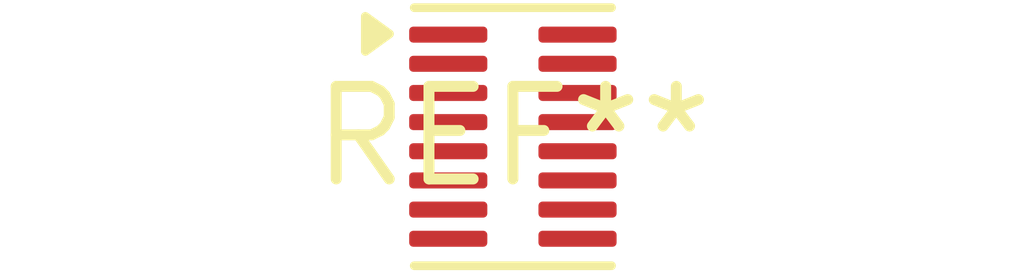
<source format=kicad_pcb>
(kicad_pcb (version 20240108) (generator pcbnew)
  (layers (0 "F.Cu" signal) (31 "B.Cu" signal) (34 "B.Paste" user) (35 "F.Paste" user) (36 "B.SilkS" user "B.Silkscreen") (37 "F.SilkS" user "F.Silkscreen") (38 "B.Mask" user) (39 "F.Mask" user) (44 "Edge.Cuts" user))
  (net 0 "")
  (footprint "NXP_XSON-16" (layer "F.Cu") (at 0 0)
    (property "Reference" "REF**")
    (property "Value" "NXP_XSON-16")
    (fp_line (start -1.35 -1.77) (end 1.35 -1.77) (layer "F.SilkS") (stroke (width 0.12)))
    (fp_line (start 1.35 1.77) (end -1.35 1.77) (layer "F.SilkS") (stroke (width 0.12)))
    (fp_poly (pts (xy -1.69 -1.41) (xy -2.02 -1.17) (xy -2.02 -1.65) (xy -1.69 -1.41)) (layer "F.SilkS") (stroke (width 0.12)) (fill solid))
    (pad "1" smd roundrect (at -0.885 -1.4) (size 1.07 0.22) (layers "F.Cu" "F.Paste" "F.Mask"))
    (pad "2" smd roundrect (at -0.885 -1) (size 1.07 0.22) (layers "F.Cu" "F.Paste" "F.Mask"))
    (pad "3" smd roundrect (at -0.885 -0.6) (size 1.07 0.22) (layers "F.Cu" "F.Paste" "F.Mask"))
    (pad "4" smd roundrect (at -0.885 -0.2) (size 1.07 0.22) (layers "F.Cu" "F.Paste" "F.Mask"))
    (pad "5" smd roundrect (at -0.885 0.2) (size 1.07 0.22) (layers "F.Cu" "F.Paste" "F.Mask"))
    (pad "6" smd roundrect (at -0.885 0.6) (size 1.07 0.22) (layers "F.Cu" "F.Paste" "F.Mask"))
    (pad "7" smd roundrect (at -0.885 1) (size 1.07 0.22) (layers "F.Cu" "F.Paste" "F.Mask"))
    (pad "8" smd roundrect (at -0.885 1.4) (size 1.07 0.22) (layers "F.Cu" "F.Paste" "F.Mask"))
    (pad "9" smd roundrect (at 0.885 1.4) (size 1.07 0.22) (layers "F.Cu" "F.Paste" "F.Mask"))
    (pad "10" smd roundrect (at 0.885 1) (size 1.07 0.22) (layers "F.Cu" "F.Paste" "F.Mask"))
    (pad "11" smd roundrect (at 0.885 0.6) (size 1.07 0.22) (layers "F.Cu" "F.Paste" "F.Mask"))
    (pad "12" smd roundrect (at 0.885 0.2) (size 1.07 0.22) (layers "F.Cu" "F.Paste" "F.Mask"))
    (pad "13" smd roundrect (at 0.885 -0.2) (size 1.07 0.22) (layers "F.Cu" "F.Paste" "F.Mask"))
    (pad "14" smd roundrect (at 0.885 -0.6) (size 1.07 0.22) (layers "F.Cu" "F.Paste" "F.Mask"))
    (pad "15" smd roundrect (at 0.885 -1) (size 1.07 0.22) (layers "F.Cu" "F.Paste" "F.Mask"))
    (pad "16" smd roundrect (at 0.885 -1.4) (size 1.07 0.22) (layers "F.Cu" "F.Paste" "F.Mask"))
  )
)
</source>
